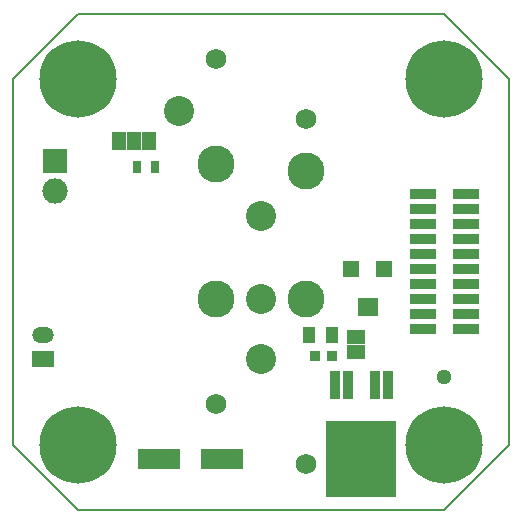
<source format=gbs>
G04 #@! TF.FileFunction,Soldermask,Bot*
%FSLAX46Y46*%
G04 Gerber Fmt 4.6, Leading zero omitted, Abs format (unit mm)*
G04 Created by KiCad (PCBNEW 4.0.7) date Thu Jan 25 16:07:57 2018*
%MOMM*%
%LPD*%
G01*
G04 APERTURE LIST*
%ADD10C,0.100000*%
%ADD11C,0.150000*%
%ADD12R,1.140000X1.390000*%
%ADD13C,1.283000*%
%ADD14R,0.940000X0.890000*%
%ADD15C,6.540000*%
%ADD16C,0.740000*%
%ADD17R,0.640000X1.040000*%
%ADD18R,1.340000X1.340000*%
%ADD19R,1.740000X1.640000*%
%ADD20R,3.640000X1.740000*%
%ADD21O,2.138980X2.138980*%
%ADD22R,2.138980X2.138980*%
%ADD23R,1.840000X1.340000*%
%ADD24O,1.840000X1.340000*%
%ADD25R,1.285200X1.590000*%
%ADD26R,1.590000X1.285200*%
%ADD27R,2.240000X0.890000*%
%ADD28C,1.740000*%
%ADD29C,3.140000*%
%ADD30C,2.540000*%
%ADD31R,0.940000X2.340000*%
%ADD32R,5.940000X6.540000*%
G04 APERTURE END LIST*
D10*
D11*
X42000000Y36500000D02*
X42000000Y5500000D01*
X36500000Y42000000D02*
X42000000Y36500000D01*
X5500000Y42000000D02*
X36500000Y42000000D01*
X0Y36500000D02*
X5500000Y42000000D01*
X0Y5500000D02*
X0Y36500000D01*
X5500000Y0D02*
X0Y5500000D01*
X36500000Y0D02*
X5500000Y0D01*
X42000000Y5500000D02*
X36500000Y0D01*
D12*
X27000000Y14750000D03*
X25000000Y14750000D03*
D13*
X36500000Y11250000D03*
D14*
X25500000Y13000000D03*
X27000000Y13000000D03*
D15*
X36500000Y36500000D03*
D16*
X38900000Y36500000D03*
X38197056Y34802944D03*
X36500000Y34100000D03*
X34802944Y34802944D03*
X34100000Y36500000D03*
X34802944Y38197056D03*
X36500000Y38900000D03*
X38197056Y38197056D03*
D17*
X12000000Y29000000D03*
X10500000Y29000000D03*
D18*
X28600000Y20370000D03*
X31400000Y20370000D03*
D19*
X30000000Y17130000D03*
D20*
X12300000Y4250000D03*
X17700000Y4250000D03*
D21*
X3500000Y27000000D03*
D22*
X3500000Y29540000D03*
D23*
X2500000Y12750000D03*
D24*
X2500000Y14750000D03*
D15*
X5500000Y36500000D03*
D16*
X7900000Y36500000D03*
X7197056Y34802944D03*
X5500000Y34100000D03*
X3802944Y34802944D03*
X3100000Y36500000D03*
X3802944Y38197056D03*
X5500000Y38900000D03*
X7197056Y38197056D03*
D15*
X5500000Y5500000D03*
D16*
X7900000Y5500000D03*
X7197056Y3802944D03*
X5500000Y3100000D03*
X3802944Y3802944D03*
X3100000Y5500000D03*
X3802944Y7197056D03*
X5500000Y7900000D03*
X7197056Y7197056D03*
D15*
X36500000Y5500000D03*
D16*
X38900000Y5500000D03*
X38197056Y3802944D03*
X36500000Y3100000D03*
X34802944Y3802944D03*
X34100000Y5500000D03*
X34802944Y7197056D03*
X36500000Y7900000D03*
X38197056Y7197056D03*
D25*
X8980000Y31250000D03*
X10250000Y31250000D03*
X11520000Y31250000D03*
D26*
X29000000Y14635000D03*
X29000000Y13365000D03*
D27*
X34700000Y26715000D03*
X38300000Y26715000D03*
X34700000Y25445000D03*
X38300000Y25445000D03*
X34700000Y24175000D03*
X38300000Y24175000D03*
X34700000Y22905000D03*
X38300000Y22905000D03*
X34700000Y21635000D03*
X38300000Y21635000D03*
X34700000Y20365000D03*
X38300000Y20365000D03*
X34700000Y19095000D03*
X38300000Y19095000D03*
X34700000Y17825000D03*
X38300000Y17825000D03*
X34700000Y16555000D03*
X38300000Y16555000D03*
X34700000Y15285000D03*
X38300000Y15285000D03*
D28*
X24810000Y3860000D03*
X17190000Y8940000D03*
D29*
X17190000Y17830000D03*
X24810000Y17830000D03*
D30*
X21000000Y17830000D03*
X21000000Y12750000D03*
D28*
X17190000Y38190000D03*
X24810000Y33110000D03*
D29*
X17190000Y29300000D03*
X24810000Y28665000D03*
D30*
X21000000Y24855000D03*
X14015000Y33745000D03*
D31*
X27195000Y10550000D03*
X28335000Y10550000D03*
X30615000Y10550000D03*
X31755000Y10550000D03*
D32*
X29475000Y4250000D03*
M02*

</source>
